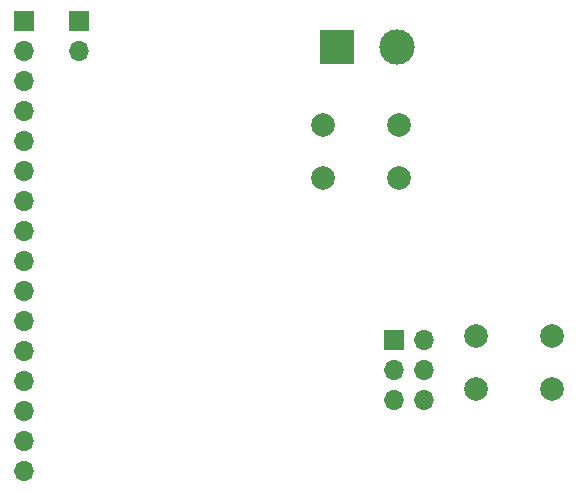
<source format=gbr>
%TF.GenerationSoftware,KiCad,Pcbnew,8.0.3*%
%TF.CreationDate,2025-04-27T14:59:32+02:00*%
%TF.ProjectId,FPGA_Audio_Board,46504741-5f41-4756-9469-6f5f426f6172,rev?*%
%TF.SameCoordinates,Original*%
%TF.FileFunction,Soldermask,Bot*%
%TF.FilePolarity,Negative*%
%FSLAX46Y46*%
G04 Gerber Fmt 4.6, Leading zero omitted, Abs format (unit mm)*
G04 Created by KiCad (PCBNEW 8.0.3) date 2025-04-27 14:59:32*
%MOMM*%
%LPD*%
G01*
G04 APERTURE LIST*
%ADD10C,2.000000*%
%ADD11R,1.700000X1.700000*%
%ADD12O,1.700000X1.700000*%
%ADD13R,3.000000X3.000000*%
%ADD14C,3.000000*%
G04 APERTURE END LIST*
D10*
%TO.C,SW2*%
X160057500Y-102000000D03*
X166557500Y-102000000D03*
X160057500Y-106500000D03*
X166557500Y-106500000D03*
%TD*%
D11*
%TO.C,AUDIO_OUT_HEADER1*%
X126457500Y-75330000D03*
D12*
X126457500Y-77870000D03*
%TD*%
D11*
%TO.C,SW_HEADER1*%
X121807500Y-75330000D03*
D12*
X121807500Y-77870000D03*
X121807500Y-80410000D03*
X121807500Y-82950000D03*
X121807500Y-85490000D03*
X121807500Y-88030000D03*
X121807500Y-90570000D03*
X121807500Y-93110000D03*
X121807500Y-95650000D03*
X121807500Y-98190000D03*
X121807500Y-100730000D03*
X121807500Y-103270000D03*
X121807500Y-105810000D03*
X121807500Y-108350000D03*
X121807500Y-110890000D03*
X121807500Y-113430000D03*
%TD*%
D13*
%TO.C,J1*%
X148317500Y-77530000D03*
D14*
X153397500Y-77530000D03*
%TD*%
D10*
%TO.C,SW1*%
X147107500Y-84080000D03*
X153607500Y-84080000D03*
X147107500Y-88580000D03*
X153607500Y-88580000D03*
%TD*%
D11*
%TO.C,JTAG1*%
X153157500Y-102300000D03*
D12*
X155697500Y-102300000D03*
X153157500Y-104840000D03*
X155697500Y-104840000D03*
X153157500Y-107380000D03*
X155697500Y-107380000D03*
%TD*%
M02*

</source>
